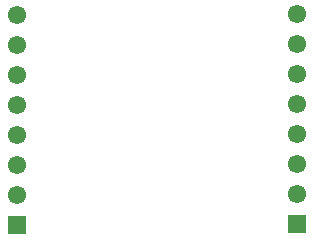
<source format=gbr>
%TF.GenerationSoftware,Altium Limited,Altium Designer,22.10.1 (41)*%
G04 Layer_Color=255*
%FSLAX45Y45*%
%MOMM*%
%TF.SameCoordinates,19E9B31E-7746-43A9-897C-89C24B045B63*%
%TF.FilePolarity,Positive*%
%TF.FileFunction,Pads,Bot*%
%TF.Part,Single*%
G01*
G75*
%TA.AperFunction,ComponentPad*%
%ADD19C,1.55000*%
%ADD20R,1.55000X1.55000*%
D19*
X3039207Y2025650D02*
D03*
Y1771650D02*
D03*
Y1517650D02*
D03*
Y1263650D02*
D03*
Y1009650D02*
D03*
Y755650D02*
D03*
Y501650D02*
D03*
X664307Y2019275D02*
D03*
Y1765275D02*
D03*
Y1511275D02*
D03*
Y1257275D02*
D03*
Y1003275D02*
D03*
Y749275D02*
D03*
Y495275D02*
D03*
D20*
X3039207Y247650D02*
D03*
X664307Y241275D02*
D03*
%TF.MD5,e57e18e16db3082c9fd331bc6054b4fb*%
M02*

</source>
